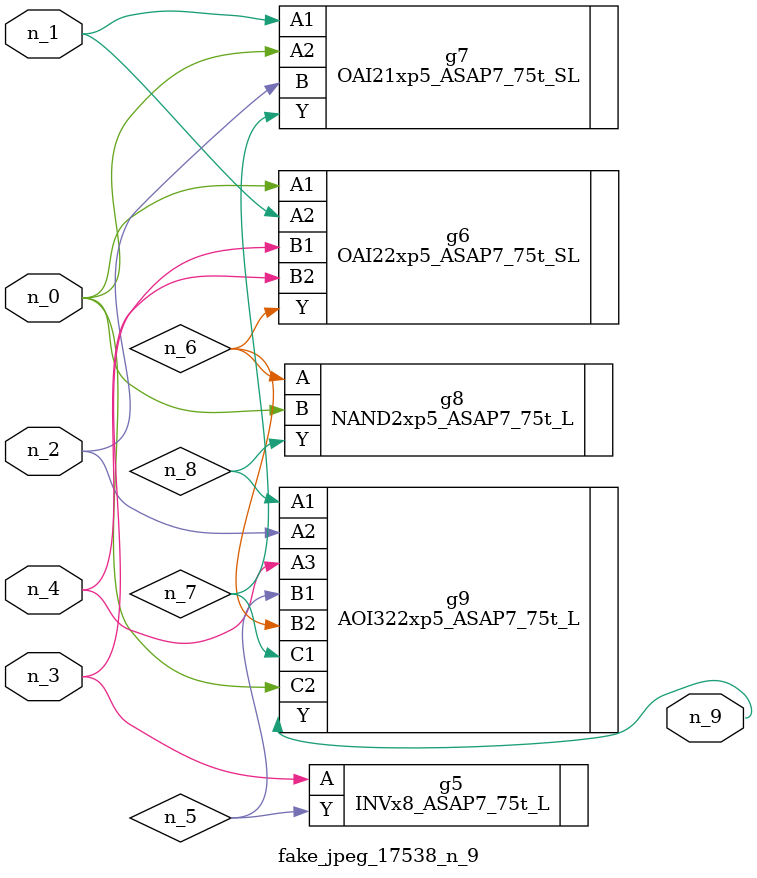
<source format=v>
module fake_jpeg_17538_n_9 (n_3, n_2, n_1, n_0, n_4, n_9);

input n_3;
input n_2;
input n_1;
input n_0;
input n_4;

output n_9;

wire n_8;
wire n_6;
wire n_5;
wire n_7;

INVx8_ASAP7_75t_L g5 ( 
.A(n_3),
.Y(n_5)
);

OAI22xp5_ASAP7_75t_SL g6 ( 
.A1(n_0),
.A2(n_1),
.B1(n_3),
.B2(n_4),
.Y(n_6)
);

OAI21xp5_ASAP7_75t_SL g7 ( 
.A1(n_1),
.A2(n_0),
.B(n_2),
.Y(n_7)
);

NAND2xp5_ASAP7_75t_L g8 ( 
.A(n_6),
.B(n_0),
.Y(n_8)
);

AOI322xp5_ASAP7_75t_L g9 ( 
.A1(n_8),
.A2(n_2),
.A3(n_4),
.B1(n_5),
.B2(n_6),
.C1(n_7),
.C2(n_0),
.Y(n_9)
);


endmodule
</source>
